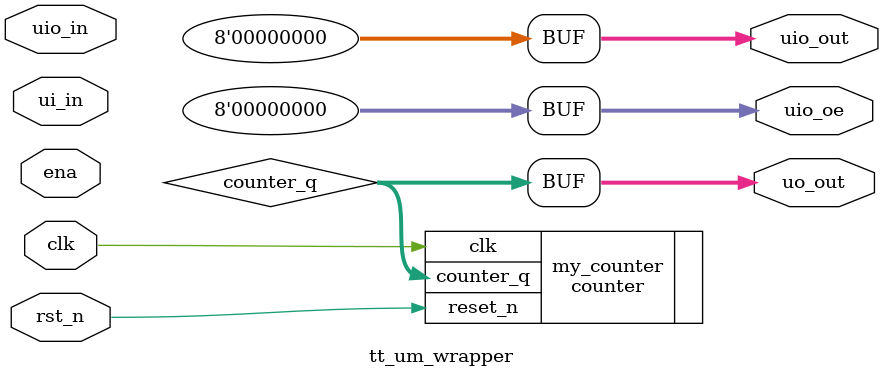
<source format=v>

module tt_um_wrapper (
    input  wire [7:0] ui_in,    // Dedicated inputs
    output wire [7:0] uo_out,   // Dedicated outputs
    input  wire [7:0] uio_in,   // IOs: Input path
    output wire [7:0] uio_out,  // IOs: Output path
    output wire [7:0] uio_oe,   // IOs: Enable path (active high: 0=input, 1=output)
    input  wire ena,            // enable - goes high when design is selected        
    input  wire clk,            // clock
    input  wire rst_n           // not reset
);
    // Not using IOs here
    assign uio_out = 8'b0;
    assign uio_oe  = 8'b0;

    wire [7:0] counter_q;
    assign uo_out = counter_q; // map counter to output pins

    counter #(.WIDTH(8)) my_counter (
        .clk(clk),
        .reset_n(rst_n),
        .counter_q(counter_q)
    );

endmodule

</source>
